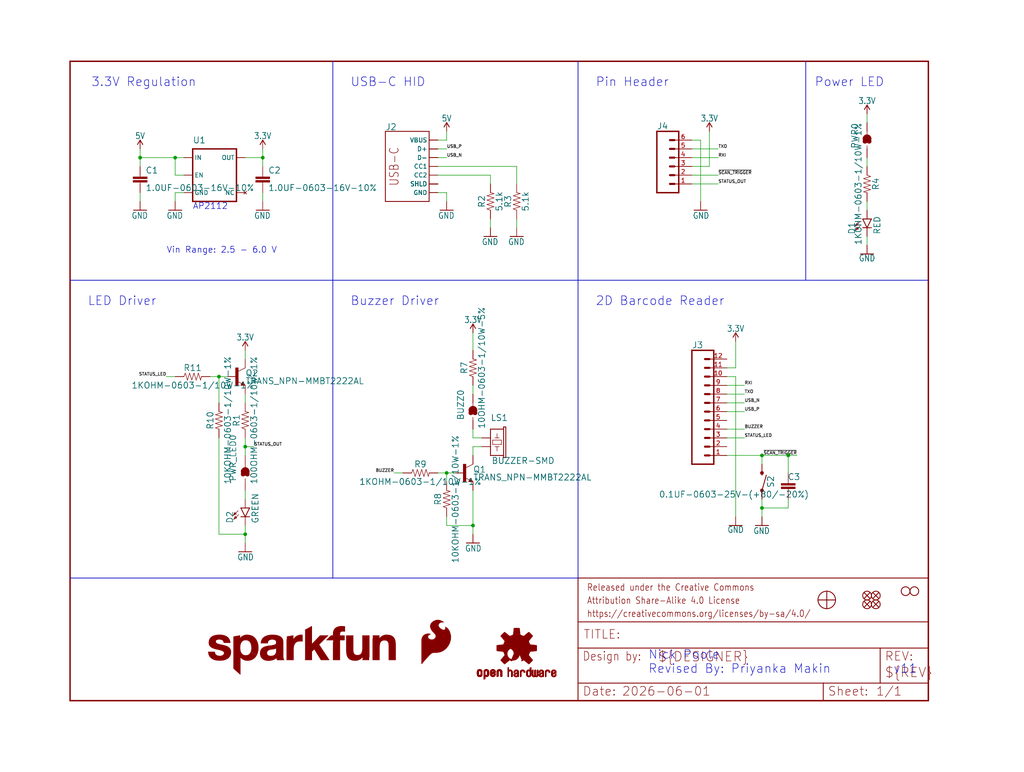
<source format=kicad_sch>
(kicad_sch (version 20230121) (generator eeschema)
  (paper "User" 297.002 223.926)
  (lib_symbols
    (symbol "working-eagle-import:0.1UF-0603-25V-(+80/-20%)"
      (property "Reference" "C" (at 1.524 2.921 0))
      (symbol "0.1UF-0603-25V-(+80/-20%)_1_0"
        (pin passive line (at 0 5.08 270) (length 2.54) (name "1") (number "1"))
        (pin passive line (at 0 -2.54 90) (length 2.54) (name "2") (number "2"))
      )
    )
    (symbol "working-eagle-import:1.0UF-0603-16V-10%"
      (property "Reference" "C" (at 1.524 2.921 0))
      (symbol "1.0UF-0603-16V-10%_1_0"
        (pin passive line (at 0 5.08 270) (length 2.54) (name "1") (number "1"))
        (pin passive line (at 0 -2.54 90) (length 2.54) (name "2") (number "2"))
      )
    )
    (symbol "working-eagle-import:100OHM-0603-1/10W-1%"
      (property "Reference" "R" (at 0 1.524 0))
      (symbol "100OHM-0603-1/10W-1%_1_0"
        (pin passive line (at -5.08 0 0) (length 2.54) (name "1") (number "1"))
        (pin passive line (at 5.08 0 180) (length 2.54) (name "2") (number "2"))
      )
    )
    (symbol "working-eagle-import:10KOHM-0603-1/10W-1%"
      (property "Reference" "R" (at 0 1.524 0))
      (symbol "10KOHM-0603-1/10W-1%_1_0"
        (pin passive line (at -5.08 0 0) (length 2.54) (name "1") (number "1"))
        (pin passive line (at 5.08 0 180) (length 2.54) (name "2") (number "2"))
      )
    )
    (symbol "working-eagle-import:10OHM-0603-1/10W-5%"
      (property "Reference" "R" (at 0 1.524 0))
      (symbol "10OHM-0603-1/10W-5%_1_0"
        (pin passive line (at -5.08 0 0) (length 2.54) (name "1") (number "1"))
        (pin passive line (at 5.08 0 180) (length 2.54) (name "2") (number "2"))
      )
    )
    (symbol "working-eagle-import:1KOHM-0603-1/10W-1%"
      (property "Reference" "R" (at 0 1.524 0))
      (symbol "1KOHM-0603-1/10W-1%_1_0"
        (pin passive line (at -5.08 0 0) (length 2.54) (name "1") (number "1"))
        (pin passive line (at 5.08 0 180) (length 2.54) (name "2") (number "2"))
      )
    )
    (symbol "working-eagle-import:3.3V" (power)
      (property "Value" "3.3V" (at 0 2.794 0))
      (symbol "3.3V_1_0"
        (pin power_in line (at 0 0 90) (length 2.54) (name "3.3V") (number "1"))
      )
    )
    (symbol "working-eagle-import:5.1KOHM5.1KOHM-0603-1/10W-1%"
      (property "Reference" "R" (at 0 1.524 0))
      (symbol "5.1KOHM5.1KOHM-0603-1/10W-1%_1_0"
        (pin passive line (at -5.08 0 0) (length 2.54) (name "1") (number "1"))
        (pin passive line (at 5.08 0 180) (length 2.54) (name "2") (number "2"))
      )
    )
    (symbol "working-eagle-import:5V" (power)
      (property "Value" "5V" (at 0 2.794 0))
      (symbol "5V_1_0"
        (pin power_in line (at 0 0 90) (length 2.54) (name "5V") (number "1"))
      )
    )
    (symbol "working-eagle-import:BARCODE_SCANNER_MOUNT")
    (symbol "working-eagle-import:BUZZER-SMD"
      (property "Reference" "LS" (at -2.54 4.826 0))
      (symbol "BUZZER-SMD_1_0"
        (pin passive line (at 0 -2.54 90) (length 2.54) (name "1") (number "+"))
        (pin passive line (at 2.54 -2.54 90) (length 2.54) (name "2") (number "-"))
      )
    )
    (symbol "working-eagle-import:CONN_06NO_SILK_FEMALE_PTH"
      (property "Reference" "J" (at -5.08 10.668 0))
      (symbol "CONN_06NO_SILK_FEMALE_PTH_1_0"
        (pin passive line (at 5.08 -5.08 180) (length 5.08) (name "1") (number "1"))
        (pin passive line (at 5.08 -2.54 180) (length 5.08) (name "2") (number "2"))
        (pin passive line (at 5.08 0 180) (length 5.08) (name "3") (number "3"))
        (pin passive line (at 5.08 2.54 180) (length 5.08) (name "4") (number "4"))
        (pin passive line (at 5.08 5.08 180) (length 5.08) (name "5") (number "5"))
        (pin passive line (at 5.08 7.62 180) (length 5.08) (name "6") (number "6"))
      )
    )
    (symbol "working-eagle-import:CONN_12FPC_12_0.5MM"
      (property "Reference" "J" (at 0 15.748 0))
      (symbol "CONN_12FPC_12_0.5MM_1_0"
        (pin passive line (at 10.16 -15.24 180) (length 5.08) (name "1") (number "1"))
        (pin passive line (at 10.16 7.62 180) (length 5.08) (name "10") (number "10"))
        (pin passive line (at 10.16 10.16 180) (length 5.08) (name "11") (number "11"))
        (pin passive line (at 10.16 12.7 180) (length 5.08) (name "12") (number "12"))
        (pin passive line (at 10.16 -12.7 180) (length 5.08) (name "2") (number "2"))
        (pin passive line (at 10.16 -10.16 180) (length 5.08) (name "3") (number "3"))
        (pin passive line (at 10.16 -7.62 180) (length 5.08) (name "4") (number "4"))
        (pin passive line (at 10.16 -5.08 180) (length 5.08) (name "5") (number "5"))
        (pin passive line (at 10.16 -2.54 180) (length 5.08) (name "6") (number "6"))
        (pin passive line (at 10.16 0 180) (length 5.08) (name "7") (number "7"))
        (pin passive line (at 10.16 2.54 180) (length 5.08) (name "8") (number "8"))
        (pin passive line (at 10.16 5.08 180) (length 5.08) (name "9") (number "9"))
      )
    )
    (symbol "working-eagle-import:FIDUCIALUFIDUCIAL")
    (symbol "working-eagle-import:FRAME-LETTER"
      (symbol "FRAME-LETTER_2_0"
        (text "${#}/${##}" (at 86.36 1.27 0) (effects (font (size 2.54 2.54)) (justify left bottom)))
        (text "${CURRENT_DATE}" (at 12.7 1.27 0) (effects (font (size 2.54 2.54)) (justify left bottom)))
        (text "${DESIGNER}" (at 23.114 11.176 0) (effects (font (size 2.7432 2.7432)) (justify left bottom)))
        (text "${PROJECTNAME}" (at 15.494 17.78 0) (effects (font (size 2.7432 2.7432)) (justify left bottom)))
        (text "${REV}" (at 88.9 6.604 0) (effects (font (size 2.7432 2.7432)) (justify left bottom)))
        (text "Attribution Share-Alike 4.0 License" (at 2.54 27.94 0) (effects (font (size 1.9304 1.6408)) (justify left bottom)))
        (text "Date:" (at 1.27 1.27 0) (effects (font (size 2.54 2.54)) (justify left bottom)))
        (text "Design by:" (at 1.27 11.43 0) (effects (font (size 2.54 2.159)) (justify left bottom)))
        (text "https://creativecommons.org/licenses/by-sa/4.0/" (at 2.54 24.13 0) (effects (font (size 1.9304 1.6408)) (justify left bottom)))
        (text "Released under the Creative Commons" (at 2.54 31.75 0) (effects (font (size 1.9304 1.6408)) (justify left bottom)))
        (text "REV:" (at 88.9 11.43 0) (effects (font (size 2.54 2.54)) (justify left bottom)))
        (text "Sheet:" (at 72.39 1.27 0) (effects (font (size 2.54 2.54)) (justify left bottom)))
        (text "TITLE:" (at 1.524 17.78 0) (effects (font (size 2.54 2.54)) (justify left bottom)))
      )
    )
    (symbol "working-eagle-import:GND" (power)
      (property "Value" "GND" (at 0 -0.254 0))
      (symbol "GND_1_0"
        (pin power_in line (at 0 2.54 270) (length 2.54) (name "GND") (number "1"))
      )
    )
    (symbol "working-eagle-import:JUMPER-SMT_2_NC_TRACE_SILK"
      (property "Reference" "JP" (at -2.54 2.54 0))
      (symbol "JUMPER-SMT_2_NC_TRACE_SILK_1_0"
        (pin passive line (at -5.08 0 0) (length 2.54) (name "1") (number "1"))
        (pin passive line (at 5.08 0 180) (length 2.54) (name "2") (number "2"))
      )
    )
    (symbol "working-eagle-import:LED-GREEN0603"
      (property "Reference" "D" (at -3.429 -4.572 90))
      (symbol "LED-GREEN0603_1_0"
        (pin passive line (at 0 2.54 270) (length 2.54) (name "A") (number "A"))
        (pin passive line (at 0 -5.08 90) (length 2.54) (name "C") (number "C"))
      )
    )
    (symbol "working-eagle-import:LED-RED0603"
      (property "Reference" "D" (at -3.429 -4.572 90))
      (symbol "LED-RED0603_1_0"
        (pin passive line (at 0 2.54 270) (length 2.54) (name "A") (number "A"))
        (pin passive line (at 0 -5.08 90) (length 2.54) (name "C") (number "C"))
      )
    )
    (symbol "working-eagle-import:MOMENTARY-SWITCH-SPST-SMD-5.2MM-TALL"
      (property "Reference" "S" (at 0 1.524 0))
      (symbol "MOMENTARY-SWITCH-SPST-SMD-5.2MM-TALL_1_0"
        (pin passive line (at -5.08 0 0) (length 2.54) (name "1") (number "1"))
        (pin passive line (at 5.08 0 180) (length 2.54) (name "2") (number "3"))
      )
    )
    (symbol "working-eagle-import:OSHW-LOGOS")
    (symbol "working-eagle-import:SFE_LOGO_FLAME.1_INCH")
    (symbol "working-eagle-import:SFE_LOGO_NAME.1_INCH")
    (symbol "working-eagle-import:STAND-OFF")
    (symbol "working-eagle-import:TRANS_NPN-MMBT2222AL"
      (property "Reference" "Q" (at 2.54 0 0))
      (symbol "TRANS_NPN-MMBT2222AL_1_0"
        (pin passive line (at -2.54 0 0) (length 2.54) (name "B") (number "1"))
        (pin passive line (at 2.54 -5.08 90) (length 2.54) (name "E") (number "2"))
        (pin passive line (at 2.54 5.08 270) (length 2.54) (name "C") (number "3"))
      )
    )
    (symbol "working-eagle-import:USB_C_2-LAYER_PADS"
      (property "Reference" "J" (at -2.54 10.414 0))
      (symbol "USB_C_2-LAYER_PADS_1_0"
        (text "USB-C" (at 0 0 900) (effects (font (size 2.54 2.159))))
        (pin bidirectional line (at 12.7 0 180) (length 2.54) (name "CC1") (number "A5"))
        (pin bidirectional line (at 12.7 5.08 180) (length 2.54) (name "D+") (number "A6"))
        (pin bidirectional line (at 12.7 2.54 180) (length 2.54) (name "D-") (number "A7"))
        (pin bidirectional line (at 12.7 -2.54 180) (length 2.54) (name "CC2") (number "B5"))
        (pin bidirectional line (at 12.7 5.08 180) (length 2.54) (name "D+") (number "B6"))
        (pin bidirectional line (at 12.7 2.54 180) (length 2.54) (name "D-") (number "B7"))
        (pin bidirectional line (at 12.7 -7.62 180) (length 2.54) (name "GND") (number "GND"))
        (pin bidirectional line (at 12.7 -7.62 180) (length 2.54) (name "GND") (number "GND2"))
        (pin bidirectional line (at 12.7 -5.08 180) (length 2.54) (name "SHLD") (number "SHLD1"))
        (pin bidirectional line (at 12.7 -5.08 180) (length 2.54) (name "SHLD") (number "SHLD2"))
        (pin bidirectional line (at 12.7 -5.08 180) (length 2.54) (name "SHLD") (number "SHLD3"))
        (pin bidirectional line (at 12.7 -5.08 180) (length 2.54) (name "SHLD") (number "SHLD4"))
        (pin bidirectional line (at 12.7 7.62 180) (length 2.54) (name "VBUS") (number "VBUS1"))
        (pin bidirectional line (at 12.7 7.62 180) (length 2.54) (name "VBUS") (number "VBUS2"))
      )
    )
    (symbol "working-eagle-import:V_REG_AP2112K-3.3V"
      (property "Reference" "U" (at -7.62 7.874 0))
      (symbol "V_REG_AP2112K-3.3V_1_0"
        (pin input line (at -10.16 5.08 0) (length 2.54) (name "IN") (number "1"))
        (pin input line (at -10.16 -5.08 0) (length 2.54) (name "GND") (number "2"))
        (pin input line (at -10.16 0 0) (length 2.54) (name "EN") (number "3"))
        (pin no_connect line (at 7.62 -5.08 180) (length 2.54) (name "NC") (number "4"))
        (pin passive line (at 7.62 5.08 180) (length 2.54) (name "OUT") (number "5"))
      )
    )
  )
  (junction (at 76.2 45.72))
  (junction (at 71.12 129.54))
  (junction (at 71.12 154.94))
  (junction (at 63.5 109.22))
  (junction (at 50.8 45.72))
  (junction (at 228.6 132.08))
  (junction (at 40.64 45.72))
  (junction (at 220.98 132.08))
  (junction (at 220.98 147.32))
  (junction (at 137.16 152.4))
  (junction (at 129.54 137.16))
  (wire (pts (xy 137.16 124.46) (xy 137.16 127)) (stroke (width 0.1524)))
  (wire (pts (xy 76.2 45.72) (xy 71.12 45.72)) (stroke (width 0.1524)))
  (wire (pts (xy 129.54 137.16) (xy 129.54 139.7)) (stroke (width 0.1524)))
  (wire (pts (xy 50.8 45.72) (xy 53.34 45.72)) (stroke (width 0.1524)))
  (wire (pts (xy 210.82 111.76) (xy 215.9 111.76)) (stroke (width 0.1524)))
  (wire (pts (xy 149.86 53.34) (xy 149.86 48.26)) (stroke (width 0.1524)))
  (wire (pts (xy 53.34 50.8) (xy 50.8 50.8)) (stroke (width 0.1524)))
  (wire (pts (xy 251.46 33.02) (xy 251.46 35.56)) (stroke (width 0.1524)))
  (wire (pts (xy 40.64 58.42) (xy 40.64 55.88)) (stroke (width 0.1524)))
  (wire (pts (xy 127 55.88) (xy 129.54 55.88)) (stroke (width 0.1524)))
  (wire (pts (xy 251.46 58.42) (xy 251.46 60.96)) (stroke (width 0.1524)))
  (wire (pts (xy 220.98 147.32) (xy 220.98 144.78)) (stroke (width 0.1524)))
  (wire (pts (xy 203.2 40.64) (xy 203.2 58.42)) (stroke (width 0.1524)))
  (wire (pts (xy 127 45.72) (xy 129.54 45.72)) (stroke (width 0.1524)))
  (wire (pts (xy 71.12 116.84) (xy 71.12 114.3)) (stroke (width 0.1524)))
  (wire (pts (xy 50.8 55.88) (xy 50.8 58.42)) (stroke (width 0.1524)))
  (wire (pts (xy 137.16 114.3) (xy 137.16 111.76)) (stroke (width 0.1524)))
  (polyline (pts (xy 167.64 81.28) (xy 233.68 81.28)) (stroke (width 0.2032) (type solid)))
  (wire (pts (xy 63.5 116.84) (xy 63.5 109.22)) (stroke (width 0.1524)))
  (wire (pts (xy 50.8 50.8) (xy 50.8 45.72)) (stroke (width 0.1524)))
  (wire (pts (xy 210.82 116.84) (xy 215.9 116.84)) (stroke (width 0.1524)))
  (wire (pts (xy 129.54 55.88) (xy 129.54 58.42)) (stroke (width 0.1524)))
  (wire (pts (xy 76.2 58.42) (xy 76.2 55.88)) (stroke (width 0.1524)))
  (wire (pts (xy 213.36 106.68) (xy 213.36 99.06)) (stroke (width 0.1524)))
  (wire (pts (xy 76.2 43.18) (xy 76.2 45.72)) (stroke (width 0.1524)))
  (wire (pts (xy 210.82 124.46) (xy 215.9 124.46)) (stroke (width 0.1524)))
  (wire (pts (xy 40.64 48.26) (xy 40.64 45.72)) (stroke (width 0.1524)))
  (polyline (pts (xy 96.52 81.28) (xy 96.52 17.78)) (stroke (width 0.2032) (type solid)))
  (polyline (pts (xy 233.68 17.78) (xy 233.68 81.28)) (stroke (width 0.2032) (type solid)))
  (wire (pts (xy 129.54 137.16) (xy 127 137.16)) (stroke (width 0.1524)))
  (wire (pts (xy 71.12 129.54) (xy 71.12 132.08)) (stroke (width 0.1524)))
  (wire (pts (xy 142.24 66.04) (xy 142.24 63.5)) (stroke (width 0.1524)))
  (wire (pts (xy 149.86 66.04) (xy 149.86 63.5)) (stroke (width 0.1524)))
  (polyline (pts (xy 167.64 167.64) (xy 167.64 81.28)) (stroke (width 0.2032) (type solid)))
  (wire (pts (xy 71.12 101.6) (xy 71.12 104.14)) (stroke (width 0.1524)))
  (wire (pts (xy 63.5 109.22) (xy 60.96 109.22)) (stroke (width 0.1524)))
  (polyline (pts (xy 167.64 81.28) (xy 96.52 81.28)) (stroke (width 0.2032) (type solid)))
  (wire (pts (xy 76.2 45.72) (xy 76.2 48.26)) (stroke (width 0.1524)))
  (wire (pts (xy 137.16 101.6) (xy 137.16 96.52)) (stroke (width 0.1524)))
  (wire (pts (xy 127 43.18) (xy 129.54 43.18)) (stroke (width 0.1524)))
  (wire (pts (xy 127 50.8) (xy 142.24 50.8)) (stroke (width 0.1524)))
  (wire (pts (xy 127 40.64) (xy 129.54 40.64)) (stroke (width 0.1524)))
  (wire (pts (xy 71.12 157.48) (xy 71.12 154.94)) (stroke (width 0.1524)))
  (wire (pts (xy 50.8 45.72) (xy 40.64 45.72)) (stroke (width 0.1524)))
  (wire (pts (xy 213.36 109.22) (xy 213.36 149.86)) (stroke (width 0.1524)))
  (wire (pts (xy 200.66 40.64) (xy 203.2 40.64)) (stroke (width 0.1524)))
  (wire (pts (xy 210.82 114.3) (xy 215.9 114.3)) (stroke (width 0.1524)))
  (wire (pts (xy 210.82 106.68) (xy 213.36 106.68)) (stroke (width 0.1524)))
  (wire (pts (xy 71.12 127) (xy 71.12 129.54)) (stroke (width 0.1524)))
  (wire (pts (xy 127 48.26) (xy 149.86 48.26)) (stroke (width 0.1524)))
  (wire (pts (xy 200.66 50.8) (xy 208.28 50.8)) (stroke (width 0.1524)))
  (polyline (pts (xy 96.52 81.28) (xy 96.52 167.64)) (stroke (width 0.2032) (type solid)))
  (wire (pts (xy 137.16 129.54) (xy 139.7 129.54)) (stroke (width 0.1524)))
  (polyline (pts (xy 233.68 81.28) (xy 269.24 81.28)) (stroke (width 0.2032) (type solid)))
  (wire (pts (xy 129.54 40.64) (xy 129.54 38.1)) (stroke (width 0.1524)))
  (wire (pts (xy 220.98 149.86) (xy 220.98 147.32)) (stroke (width 0.1524)))
  (wire (pts (xy 200.66 45.72) (xy 208.28 45.72)) (stroke (width 0.1524)))
  (wire (pts (xy 200.66 53.34) (xy 208.28 53.34)) (stroke (width 0.1524)))
  (wire (pts (xy 228.6 147.32) (xy 220.98 147.32)) (stroke (width 0.1524)))
  (wire (pts (xy 210.82 119.38) (xy 215.9 119.38)) (stroke (width 0.1524)))
  (wire (pts (xy 142.24 50.8) (xy 142.24 53.34)) (stroke (width 0.1524)))
  (wire (pts (xy 63.5 109.22) (xy 66.04 109.22)) (stroke (width 0.1524)))
  (wire (pts (xy 71.12 142.24) (xy 71.12 144.78)) (stroke (width 0.1524)))
  (wire (pts (xy 228.6 132.08) (xy 220.98 132.08)) (stroke (width 0.1524)))
  (wire (pts (xy 220.98 132.08) (xy 210.82 132.08)) (stroke (width 0.1524)))
  (wire (pts (xy 71.12 129.54) (xy 73.66 129.54)) (stroke (width 0.1524)))
  (wire (pts (xy 129.54 149.86) (xy 129.54 152.4)) (stroke (width 0.1524)))
  (wire (pts (xy 137.16 132.08) (xy 137.16 129.54)) (stroke (width 0.1524)))
  (wire (pts (xy 228.6 132.08) (xy 231.14 132.08)) (stroke (width 0.1524)))
  (wire (pts (xy 50.8 109.22) (xy 48.26 109.22)) (stroke (width 0.1524)))
  (wire (pts (xy 200.66 43.18) (xy 208.28 43.18)) (stroke (width 0.1524)))
  (wire (pts (xy 228.6 144.78) (xy 228.6 147.32)) (stroke (width 0.1524)))
  (wire (pts (xy 210.82 127) (xy 215.9 127)) (stroke (width 0.1524)))
  (wire (pts (xy 63.5 154.94) (xy 71.12 154.94)) (stroke (width 0.1524)))
  (wire (pts (xy 132.08 137.16) (xy 129.54 137.16)) (stroke (width 0.1524)))
  (wire (pts (xy 251.46 68.58) (xy 251.46 71.12)) (stroke (width 0.1524)))
  (wire (pts (xy 200.66 48.26) (xy 205.74 48.26)) (stroke (width 0.1524)))
  (wire (pts (xy 205.74 38.1) (xy 205.74 48.26)) (stroke (width 0.1524)))
  (wire (pts (xy 220.98 132.08) (xy 220.98 134.62)) (stroke (width 0.1524)))
  (wire (pts (xy 116.84 137.16) (xy 114.3 137.16)) (stroke (width 0.1524)))
  (wire (pts (xy 71.12 154.94) (xy 71.12 152.4)) (stroke (width 0.1524)))
  (wire (pts (xy 137.16 127) (xy 139.7 127)) (stroke (width 0.1524)))
  (wire (pts (xy 63.5 127) (xy 63.5 154.94)) (stroke (width 0.1524)))
  (polyline (pts (xy 96.52 81.28) (xy 20.32 81.28)) (stroke (width 0.2032) (type solid)))
  (wire (pts (xy 210.82 109.22) (xy 213.36 109.22)) (stroke (width 0.1524)))
  (wire (pts (xy 228.6 137.16) (xy 228.6 132.08)) (stroke (width 0.1524)))
  (wire (pts (xy 137.16 152.4) (xy 137.16 142.24)) (stroke (width 0.1524)))
  (polyline (pts (xy 167.64 81.28) (xy 167.64 17.78)) (stroke (width 0.2032) (type solid)))
  (wire (pts (xy 129.54 152.4) (xy 137.16 152.4)) (stroke (width 0.1524)))
  (polyline (pts (xy 96.52 167.64) (xy 20.32 167.64)) (stroke (width 0.2032) (type solid)))
  (polyline (pts (xy 167.64 167.64) (xy 96.52 167.64)) (stroke (width 0.2032) (type solid)))
  (wire (pts (xy 251.46 45.72) (xy 251.46 48.26)) (stroke (width 0.1524)))
  (wire (pts (xy 137.16 152.4) (xy 137.16 154.94)) (stroke (width 0.1524)))
  (wire (pts (xy 40.64 43.18) (xy 40.64 45.72)) (stroke (width 0.1524)))
  (wire (pts (xy 53.34 55.88) (xy 50.8 55.88)) (stroke (width 0.1524)))
  (text "3.3V Regulation" (at 26.416 25.4 0) (effects (font (size 2.54 2.54)) (justify left bottom)))
  (text "Nick Poole\nRevised By: Priyanka Makin" (at 187.96 195.58 0) (effects (font (size 2.54 2.54)) (justify left bottom)))
  (text "Vin Range: 2.5 - 6.0 V" (at 48.26 73.66 0) (effects (font (size 1.778 1.778)) (justify left bottom)))
  (text "AP2112" (at 55.88 60.96 0) (effects (font (size 1.778 1.778)) (justify left bottom)))
  (text "2D Barcode Reader" (at 172.72 88.9 0) (effects (font (size 2.54 2.54)) (justify left bottom)))
  (text "Power LED" (at 236.22 25.4 0) (effects (font (size 2.54 2.54)) (justify left bottom)))
  (text "v11" (at 259.08 195.58 0) (effects (font (size 2.54 2.54)) (justify left bottom)))
  (text "Pin Header" (at 172.72 25.4 0) (effects (font (size 2.54 2.54)) (justify left bottom)))
  (text "LED Driver" (at 25.4 88.9 0) (effects (font (size 2.54 2.54)) (justify left bottom)))
  (text "USB-C HID" (at 101.6 25.4 0) (effects (font (size 2.54 2.54)) (justify left bottom)))
  (text "Buzzer Driver" (at 101.6 88.9 0) (effects (font (size 2.54 2.54)) (justify left bottom)))
  (label "USB_P" (at 129.54 43.18 0) (effects (font (size 0.889 0.889))))
  (label "TXO" (at 208.28 43.18 0) (effects (font (size 0.889 0.889))))
  (label "BUZZER" (at 114.3 137.16 180) (effects (font (size 0.889 0.889))))
  (label "~{SCAN_TRIGGER}" (at 208.28 50.8 0) (effects (font (size 0.889 0.889))))
  (label "STATUS_OUT" (at 208.28 53.34 0) (effects (font (size 0.889 0.889))))
  (label "USB_N" (at 215.9 116.84 0) (effects (font (size 0.889 0.889))))
  (label "STATUS_LED" (at 48.26 109.22 180) (effects (font (size 0.889 0.889))))
  (label "STATUS_LED" (at 215.9 127 0) (effects (font (size 0.889 0.889))))
  (label "USB_P" (at 215.9 119.38 0) (effects (font (size 0.889 0.889))))
  (label "RXI" (at 208.28 45.72 0) (effects (font (size 0.889 0.889))))
  (label "STATUS_OUT" (at 73.66 129.54 0) (effects (font (size 0.889 0.889))))
  (label "TXO" (at 215.9 114.3 0) (effects (font (size 0.889 0.889))))
  (label "BUZZER" (at 215.9 124.46 0) (effects (font (size 0.889 0.889))))
  (label "USB_N" (at 129.54 45.72 0) (effects (font (size 0.889 0.889))))
  (label "RXI" (at 215.9 111.76 0) (effects (font (size 0.889 0.889))))
  (label "~{SCAN_TRIGGER}" (at 231.14 132.08 180) (effects (font (size 0.889 0.889))))
  (symbol (lib_id "working-eagle-import:3.3V") (at 213.36 99.06 0) (unit 1)
    (property "Reference" "#SUPPLY2" (effects hide))
    (property "Value" "3.3V" (at 213.36 96.266 0) (effects (font (size 1.778 1.5113)) (justify bottom)))
  )
  (symbol (lib_id "working-eagle-import:LED-RED0603") (at 251.46 63.5 0) (unit 1)
    (property "Reference" "D1" (at 248.031 68.072 90) (effects (font (size 1.778 1.778)) (justify left bottom)))
    (property "Value" "RED" (at 253.365 68.072 90) (effects (font (size 1.778 1.778)) (justify left top)))
    (property "Footprint" "working:LED-0603" (effects hide))
  )
  (symbol (lib_id "working-eagle-import:GND") (at 149.86 68.58 0) (unit 1)
    (property "Reference" "#GND7" (effects hide))
    (property "Value" "GND" (at 147.32 71.12 0) (effects (font (size 1.778 1.5113)) (justify left bottom)))
  )
  (symbol (lib_id "working-eagle-import:1KOHM-0603-1/10W-1%") (at 121.92 137.16 0) (unit 1)
    (property "Reference" "R9" (at 121.92 135.636 0) (effects (font (size 1.778 1.778)) (justify bottom)))
    (property "Value" "1KOHM-0603-1/10W-1%" (at 121.92 138.684 0) (effects (font (size 1.778 1.778)) (justify top)))
    (property "Footprint" "working:0603" (effects hide))
  )
  (symbol (lib_id "working-eagle-import:10KOHM-0603-1/10W-1%") (at 63.5 121.92 90) (unit 1)
    (property "Reference" "R10" (at 61.976 121.92 0) (effects (font (size 1.778 1.778)) (justify bottom)))
    (property "Value" "10KOHM-0603-1/10W-1%" (at 65.024 121.92 0) (effects (font (size 1.778 1.778)) (justify top)))
    (property "Footprint" "working:0603" (effects hide))
  )
  (symbol (lib_id "working-eagle-import:3.3V") (at 251.46 33.02 0) (unit 1)
    (property "Reference" "#SUPPLY1" (effects hide))
    (property "Value" "3.3V" (at 251.46 30.226 0) (effects (font (size 1.778 1.5113)) (justify bottom)))
  )
  (symbol (lib_id "working-eagle-import:GND") (at 142.24 68.58 0) (unit 1)
    (property "Reference" "#GND1" (effects hide))
    (property "Value" "GND" (at 139.7 71.12 0) (effects (font (size 1.778 1.5113)) (justify left bottom)))
  )
  (symbol (lib_id "working-eagle-import:GND") (at 50.8 60.96 0) (unit 1)
    (property "Reference" "#GND9" (effects hide))
    (property "Value" "GND" (at 48.26 63.5 0) (effects (font (size 1.778 1.5113)) (justify left bottom)))
  )
  (symbol (lib_id "working-eagle-import:GND") (at 213.36 152.4 0) (unit 1)
    (property "Reference" "#GND12" (effects hide))
    (property "Value" "GND" (at 213.36 152.654 0) (effects (font (size 1.778 1.5113)) (justify top)))
  )
  (symbol (lib_id "working-eagle-import:3.3V") (at 137.16 96.52 0) (unit 1)
    (property "Reference" "#SUPPLY5" (effects hide))
    (property "Value" "3.3V" (at 137.16 93.726 0) (effects (font (size 1.778 1.5113)) (justify bottom)))
  )
  (symbol (lib_id "working-eagle-import:TRANS_NPN-MMBT2222AL") (at 68.58 109.22 0) (unit 1)
    (property "Reference" "Q2" (at 71.12 109.22 0) (effects (font (size 1.778 1.778)) (justify left bottom)))
    (property "Value" "TRANS_NPN-MMBT2222AL" (at 71.12 111.506 0) (effects (font (size 1.778 1.778)) (justify left bottom)))
    (property "Footprint" "working:SOT23-3" (effects hide))
  )
  (symbol (lib_id "working-eagle-import:FRAME-LETTER") (at 167.64 203.2 0) (unit 2)
    (property "Reference" "FRAME1" (effects hide))
    (property "Value" "FRAME-LETTER" (effects hide))
    (property "Footprint" "working:CREATIVE_COMMONS" (effects hide))
  )
  (symbol (lib_id "working-eagle-import:JUMPER-SMT_2_NC_TRACE_SILK") (at 71.12 137.16 90) (unit 1)
    (property "Reference" "PWR_LED0" (at 68.58 139.7 0) (effects (font (size 1.778 1.778)) (justify left bottom)))
    (property "Value" "JUMPER-SMT_2_NC_TRACE_SILK" (effects hide))
    (property "Footprint" "working:SMT-JUMPER_2_NC_TRACE_SILK" (effects hide))
  )
  (symbol (lib_id "working-eagle-import:FRAME-LETTER") (at 20.32 203.2 0) (unit 1)
    (property "Reference" "FRAME1" (effects hide))
    (property "Value" "FRAME-LETTER" (effects hide))
    (property "Footprint" "working:CREATIVE_COMMONS" (effects hide))
  )
  (symbol (lib_id "working-eagle-import:SFE_LOGO_NAME.1_INCH") (at 58.42 195.58 0) (unit 1)
    (property "Reference" "LOGO3" (effects hide))
    (property "Value" "SFE_LOGO_NAME.1_INCH" (effects hide))
    (property "Footprint" "working:SFE_LOGO_NAME_.1" (effects hide))
  )
  (symbol (lib_id "working-eagle-import:STAND-OFF") (at 265.176 171.45 0) (unit 1)
    (property "Reference" "H2" (effects hide))
    (property "Value" "STAND-OFF" (effects hide))
    (property "Footprint" "working:STAND-OFF" (effects hide))
  )
  (symbol (lib_id "working-eagle-import:GND") (at 251.46 73.66 0) (unit 1)
    (property "Reference" "#GND2" (effects hide))
    (property "Value" "GND" (at 251.46 73.914 0) (effects (font (size 1.778 1.5113)) (justify top)))
  )
  (symbol (lib_id "working-eagle-import:3.3V") (at 205.74 38.1 0) (unit 1)
    (property "Reference" "#SUPPLY7" (effects hide))
    (property "Value" "3.3V" (at 205.74 35.306 0) (effects (font (size 1.778 1.5113)) (justify bottom)))
  )
  (symbol (lib_id "working-eagle-import:USB_C_2-LAYER_PADS") (at 114.3 48.26 0) (unit 1)
    (property "Reference" "J2" (at 111.76 37.846 0) (effects (font (size 1.778 1.778)) (justify left bottom)))
    (property "Value" "USB_C_2-LAYER_PADS" (effects hide))
    (property "Footprint" "working:USB-C-16P-2LAYER-PADS" (effects hide))
  )
  (symbol (lib_id "working-eagle-import:3.3V") (at 76.2 43.18 0) (unit 1)
    (property "Reference" "#SUPPLY10" (effects hide))
    (property "Value" "3.3V" (at 76.2 40.386 0) (effects (font (size 1.778 1.5113)) (justify bottom)))
  )
  (symbol (lib_id "working-eagle-import:JUMPER-SMT_2_NC_TRACE_SILK") (at 137.16 119.38 90) (unit 1)
    (property "Reference" "BUZZ0" (at 134.62 121.92 0) (effects (font (size 1.778 1.778)) (justify left bottom)))
    (property "Value" "JUMPER-SMT_2_NC_TRACE_SILK" (effects hide))
    (property "Footprint" "working:SMT-JUMPER_2_NC_TRACE_SILK" (effects hide))
  )
  (symbol (lib_id "working-eagle-import:3.3V") (at 71.12 101.6 0) (unit 1)
    (property "Reference" "#SUPPLY6" (effects hide))
    (property "Value" "3.3V" (at 71.12 98.806 0) (effects (font (size 1.778 1.5113)) (justify bottom)))
  )
  (symbol (lib_id "working-eagle-import:1KOHM-0603-1/10W-1%") (at 55.88 109.22 0) (unit 1)
    (property "Reference" "R11" (at 55.88 107.696 0) (effects (font (size 1.778 1.778)) (justify bottom)))
    (property "Value" "1KOHM-0603-1/10W-1%" (at 55.88 110.744 0) (effects (font (size 1.778 1.778)) (justify top)))
    (property "Footprint" "working:0603" (effects hide))
  )
  (symbol (lib_id "working-eagle-import:FIDUCIALUFIDUCIAL") (at 251.46 172.72 0) (unit 1)
    (property "Reference" "FD1" (effects hide))
    (property "Value" "FIDUCIALUFIDUCIAL" (effects hide))
    (property "Footprint" "working:FIDUCIAL-MICRO" (effects hide))
  )
  (symbol (lib_id "working-eagle-import:GND") (at 203.2 60.96 0) (mirror y) (unit 1)
    (property "Reference" "#GND15" (effects hide))
    (property "Value" "GND" (at 205.74 63.5 0) (effects (font (size 1.778 1.5113)) (justify left bottom)))
  )
  (symbol (lib_id "working-eagle-import:1.0UF-0603-16V-10%") (at 40.64 53.34 0) (unit 1)
    (property "Reference" "C1" (at 42.164 50.419 0) (effects (font (size 1.778 1.778)) (justify left bottom)))
    (property "Value" "1.0UF-0603-16V-10%" (at 42.164 55.499 0) (effects (font (size 1.778 1.778)) (justify left bottom)))
    (property "Footprint" "working:0603" (effects hide))
  )
  (symbol (lib_id "working-eagle-import:FIDUCIALUFIDUCIAL") (at 251.46 175.26 0) (unit 1)
    (property "Reference" "FD4" (effects hide))
    (property "Value" "FIDUCIALUFIDUCIAL" (effects hide))
    (property "Footprint" "working:FIDUCIAL-MICRO" (effects hide))
  )
  (symbol (lib_id "working-eagle-import:GND") (at 137.16 157.48 0) (mirror y) (unit 1)
    (property "Reference" "#GND8" (effects hide))
    (property "Value" "GND" (at 139.7 160.02 0) (effects (font (size 1.778 1.5113)) (justify left bottom)))
  )
  (symbol (lib_id "working-eagle-import:GND") (at 71.12 160.02 0) (mirror y) (unit 1)
    (property "Reference" "#GND10" (effects hide))
    (property "Value" "GND" (at 73.66 162.56 0) (effects (font (size 1.778 1.5113)) (justify left bottom)))
  )
  (symbol (lib_id "working-eagle-import:100OHM-0603-1/10W-1%") (at 71.12 121.92 90) (unit 1)
    (property "Reference" "R1" (at 69.596 121.92 0) (effects (font (size 1.778 1.778)) (justify bottom)))
    (property "Value" "100OHM-0603-1/10W-1%" (at 72.644 121.92 0) (effects (font (size 1.778 1.778)) (justify top)))
    (property "Footprint" "working:0603" (effects hide))
  )
  (symbol (lib_id "working-eagle-import:GND") (at 220.98 152.4 0) (unit 1)
    (property "Reference" "#GND13" (effects hide))
    (property "Value" "GND" (at 218.44 154.94 0) (effects (font (size 1.778 1.5113)) (justify left bottom)))
  )
  (symbol (lib_id "working-eagle-import:CONN_12FPC_12_0.5MM") (at 200.66 116.84 0) (unit 1)
    (property "Reference" "J3" (at 200.66 101.092 0) (effects (font (size 1.778 1.778)) (justify left bottom)))
    (property "Value" "CONN_12FPC_12_0.5MM" (effects hide))
    (property "Footprint" "working:FPC_12_0.5MM" (effects hide))
  )
  (symbol (lib_id "working-eagle-import:CONN_06NO_SILK_FEMALE_PTH") (at 195.58 48.26 0) (unit 1)
    (property "Reference" "J4" (at 190.5 37.592 0) (effects (font (size 1.778 1.778)) (justify left bottom)))
    (property "Value" "CONN_06NO_SILK_FEMALE_PTH" (effects hide))
    (property "Footprint" "working:1X06_NO_SILK" (effects hide))
  )
  (symbol (lib_id "working-eagle-import:GND") (at 129.54 60.96 0) (unit 1)
    (property "Reference" "#GND4" (effects hide))
    (property "Value" "GND" (at 127 63.5 0) (effects (font (size 1.778 1.5113)) (justify left bottom)))
  )
  (symbol (lib_id "working-eagle-import:FIDUCIALUFIDUCIAL") (at 254 172.72 0) (unit 1)
    (property "Reference" "FD2" (effects hide))
    (property "Value" "FIDUCIALUFIDUCIAL" (effects hide))
    (property "Footprint" "working:FIDUCIAL-MICRO" (effects hide))
  )
  (symbol (lib_id "working-eagle-import:STAND-OFF") (at 262.636 171.45 0) (unit 1)
    (property "Reference" "H3" (effects hide))
    (property "Value" "STAND-OFF" (effects hide))
    (property "Footprint" "working:STAND-OFF" (effects hide))
  )
  (symbol (lib_id "working-eagle-import:FIDUCIALUFIDUCIAL") (at 254 175.26 0) (unit 1)
    (property "Reference" "FD3" (effects hide))
    (property "Value" "FIDUCIALUFIDUCIAL" (effects hide))
    (property "Footprint" "working:FIDUCIAL-MICRO" (effects hide))
  )
  (symbol (lib_id "working-eagle-import:GND") (at 40.64 60.96 0) (unit 1)
    (property "Reference" "#GND6" (effects hide))
    (property "Value" "GND" (at 38.1 63.5 0) (effects (font (size 1.778 1.5113)) (justify left bottom)))
  )
  (symbol (lib_id "working-eagle-import:0.1UF-0603-25V-(+80/-20%)") (at 228.6 142.24 0) (mirror y) (unit 1)
    (property "Reference" "C3" (at 232.156 139.319 0) (effects (font (size 1.778 1.778)) (justify left bottom)))
    (property "Value" "0.1UF-0603-25V-(+80/-20%)" (at 234.696 144.399 0) (effects (font (size 1.778 1.778)) (justify left bottom)))
    (property "Footprint" "working:0603" (effects hide))
  )
  (symbol (lib_id "working-eagle-import:5.1KOHM5.1KOHM-0603-1/10W-1%") (at 142.24 58.42 90) (unit 1)
    (property "Reference" "R2" (at 140.716 58.42 0) (effects (font (size 1.778 1.778)) (justify bottom)))
    (property "Value" "5.1k" (at 143.764 58.42 0) (effects (font (size 1.778 1.778)) (justify top)))
    (property "Footprint" "working:0603" (effects hide))
  )
  (symbol (lib_id "working-eagle-import:TRANS_NPN-MMBT2222AL") (at 134.62 137.16 0) (unit 1)
    (property "Reference" "Q1" (at 137.16 137.16 0) (effects (font (size 1.778 1.778)) (justify left bottom)))
    (property "Value" "TRANS_NPN-MMBT2222AL" (at 137.16 139.446 0) (effects (font (size 1.778 1.778)) (justify left bottom)))
    (property "Footprint" "working:SOT23-3" (effects hide))
  )
  (symbol (lib_id "working-eagle-import:LED-GREEN0603") (at 71.12 147.32 0) (unit 1)
    (property "Reference" "D2" (at 67.691 151.892 90) (effects (font (size 1.778 1.778)) (justify left bottom)))
    (property "Value" "GREEN" (at 73.025 151.892 90) (effects (font (size 1.778 1.778)) (justify left top)))
    (property "Footprint" "working:LED-0603" (effects hide))
  )
  (symbol (lib_id "working-eagle-import:5.1KOHM5.1KOHM-0603-1/10W-1%") (at 149.86 58.42 90) (unit 1)
    (property "Reference" "R3" (at 148.336 58.42 0) (effects (font (size 1.778 1.778)) (justify bottom)))
    (property "Value" "5.1k" (at 151.384 58.42 0) (effects (font (size 1.778 1.778)) (justify top)))
    (property "Footprint" "working:0603" (effects hide))
  )
  (symbol (lib_id "working-eagle-import:JUMPER-SMT_2_NC_TRACE_SILK") (at 251.46 40.64 90) (unit 1)
    (property "Reference" "PWR0" (at 248.92 43.18 0) (effects (font (size 1.778 1.778)) (justify left bottom)))
    (property "Value" "JUMPER-SMT_2_NC_TRACE_SILK" (effects hide))
    (property "Footprint" "working:SMT-JUMPER_2_NC_TRACE_SILK" (effects hide))
  )
  (symbol (lib_id "working-eagle-import:5V") (at 40.64 43.18 0) (unit 1)
    (property "Reference" "#SUPPLY8" (effects hide))
    (property "Value" "5V" (at 40.64 40.386 0) (effects (font (size 1.778 1.5113)) (justify bottom)))
  )
  (symbol (lib_id "working-eagle-import:10OHM-0603-1/10W-5%") (at 137.16 106.68 90) (unit 1)
    (property "Reference" "R7" (at 135.636 106.68 0) (effects (font (size 1.778 1.778)) (justify bottom)))
    (property "Value" "10OHM-0603-1/10W-5%" (at 138.684 106.68 0) (effects (font (size 1.778 1.778)) (justify top)))
    (property "Footprint" "working:0603" (effects hide))
  )
  (symbol (lib_id "working-eagle-import:5V") (at 129.54 38.1 0) (unit 1)
    (property "Reference" "#SUPPLY4" (effects hide))
    (property "Value" "5V" (at 129.54 35.306 0) (effects (font (size 1.778 1.5113)) (justify bottom)))
  )
  (symbol (lib_id "working-eagle-import:MOMENTARY-SWITCH-SPST-SMD-5.2MM-TALL") (at 220.98 139.7 270) (mirror x) (unit 1)
    (property "Reference" "S2" (at 222.504 139.7 0) (effects (font (size 1.778 1.778)) (justify bottom)))
    (property "Value" "MOMENTARY-SWITCH-SPST-SMD-5.2MM-TALL" (effects hide))
    (property "Footprint" "working:TACTILE_SWITCH_SMD_5.2MM" (effects hide))
  )
  (symbol (lib_id "working-eagle-import:1KOHM-0603-1/10W-1%") (at 251.46 53.34 270) (unit 1)
    (property "Reference" "R4" (at 252.984 53.34 0) (effects (font (size 1.778 1.778)) (justify bottom)))
    (property "Value" "1KOHM-0603-1/10W-1%" (at 249.936 53.34 0) (effects (font (size 1.778 1.778)) (justify top)))
    (property "Footprint" "working:0603" (effects hide))
  )
  (symbol (lib_id "working-eagle-import:OSHW-LOGOS") (at 149.86 187.96 0) (unit 1)
    (property "Reference" "LOGO1" (effects hide))
    (property "Value" "OSHW-LOGOS" (effects hide))
    (property "Footprint" "working:OSHW-LOGO-S" (effects hide))
  )
  (symbol (lib_id "working-eagle-import:1.0UF-0603-16V-10%") (at 76.2 53.34 0) (unit 1)
    (property "Reference" "C2" (at 77.724 50.419 0) (effects (font (size 1.778 1.778)) (justify left bottom)))
    (property "Value" "1.0UF-0603-16V-10%" (at 77.724 55.499 0) (effects (font (size 1.778 1.778)) (justify left bottom)))
    (property "Footprint" "working:0603" (effects hide))
  )
  (symbol (lib_id "working-eagle-import:10KOHM-0603-1/10W-1%") (at 129.54 144.78 90) (unit 1)
    (property "Reference" "R8" (at 128.016 144.78 0) (effects (font (size 1.778 1.778)) (justify bottom)))
    (property "Value" "10KOHM-0603-1/10W-1%" (at 131.064 144.78 0) (effects (font (size 1.778 1.778)) (justify top)))
    (property "Footprint" "working:0603" (effects hide))
  )
  (symbol (lib_id "working-eagle-import:V_REG_AP2112K-3.3V") (at 63.5 50.8 0) (unit 1)
    (property "Reference" "U1" (at 55.88 41.656 0) (effects (font (size 1.778 1.778)) (justify left bottom)))
    (property "Value" "V_REG_AP2112K-3.3V" (effects hide))
    (property "Footprint" "working:SOT23-5" (effects hide))
  )
  (symbol (lib_id "working-eagle-import:BUZZER-SMD") (at 142.24 127 270) (unit 1)
    (property "Reference" "LS1" (at 142.24 122.174 90) (effects (font (size 1.778 1.778)) (justify left bottom)))
    (property "Value" "BUZZER-SMD" (at 142.494 134.62 90) (effects (font (size 1.778 1.778)) (justify left bottom)))
    (property "Footprint" "working:BUZZER-CCV" (effects hide))
  )
  (symbol (lib_id "working-eagle-import:GND") (at 76.2 60.96 0) (unit 1)
    (property "Reference" "#GND5" (effects hide))
    (property "Value" "GND" (at 73.66 63.5 0) (effects (font (size 1.778 1.5113)) (justify left bottom)))
  )
  (symbol (lib_id "working-eagle-import:BARCODE_SCANNER_MOUNT") (at 239.776 173.99 0) (unit 1)
    (property "Reference" "U2" (effects hide))
    (property "Value" "BARCODE_SCANNER_MOUNT" (effects hide))
    (property "Footprint" "working:BARCODE_SCANNER_MOUNT" (effects hide))
  )
  (symbol (lib_id "working-eagle-import:SFE_LOGO_FLAME.1_INCH") (at 121.92 193.04 0) (unit 1)
    (property "Reference" "LOGO2" (effects hide))
    (property "Value" "SFE_LOGO_FLAME.1_INCH" (effects hide))
    (property "Footprint" "working:SFE_LOGO_FLAME_.1" (effects hide))
  )
)
</source>
